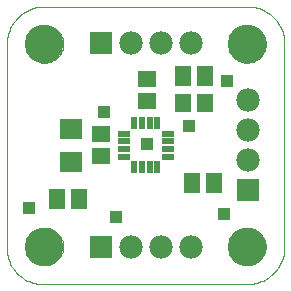
<source format=gts>
G75*
G70*
%OFA0B0*%
%FSLAX24Y24*%
%IPPOS*%
%LPD*%
%AMOC8*
5,1,8,0,0,1.08239X$1,22.5*
%
%ADD10C,0.0000*%
%ADD11C,0.1290*%
%ADD12R,0.0197X0.0434*%
%ADD13R,0.0434X0.0197*%
%ADD14R,0.0631X0.0552*%
%ADD15R,0.0749X0.0670*%
%ADD16R,0.0552X0.0631*%
%ADD17R,0.0552X0.0670*%
%ADD18R,0.0780X0.0780*%
%ADD19C,0.0780*%
%ADD20R,0.0396X0.0396*%
D10*
X000536Y001785D02*
X000534Y001719D01*
X000536Y001653D01*
X000542Y001587D01*
X000551Y001521D01*
X000564Y001456D01*
X000581Y001391D01*
X000601Y001328D01*
X000625Y001266D01*
X000652Y001206D01*
X000683Y001147D01*
X000717Y001089D01*
X000754Y001034D01*
X000794Y000981D01*
X000837Y000931D01*
X000882Y000882D01*
X000931Y000837D01*
X000981Y000794D01*
X001034Y000754D01*
X001089Y000717D01*
X001147Y000683D01*
X001206Y000652D01*
X001266Y000625D01*
X001328Y000601D01*
X001391Y000581D01*
X001456Y000564D01*
X001521Y000551D01*
X001587Y000542D01*
X001653Y000536D01*
X001719Y000534D01*
X001785Y000536D01*
X001785Y000535D02*
X008535Y000535D01*
X008603Y000537D01*
X008670Y000542D01*
X008737Y000551D01*
X008804Y000564D01*
X008869Y000581D01*
X008934Y000600D01*
X008998Y000624D01*
X009060Y000651D01*
X009121Y000681D01*
X009179Y000714D01*
X009236Y000750D01*
X009291Y000790D01*
X009344Y000832D01*
X009395Y000878D01*
X009442Y000925D01*
X009488Y000976D01*
X009530Y001029D01*
X009570Y001084D01*
X009606Y001141D01*
X009639Y001199D01*
X009669Y001260D01*
X009696Y001322D01*
X009720Y001386D01*
X009739Y001451D01*
X009756Y001516D01*
X009769Y001583D01*
X009778Y001650D01*
X009783Y001717D01*
X009785Y001785D01*
X009785Y008535D01*
X009783Y008603D01*
X009778Y008670D01*
X009769Y008737D01*
X009756Y008804D01*
X009739Y008869D01*
X009720Y008934D01*
X009696Y008998D01*
X009669Y009060D01*
X009639Y009121D01*
X009606Y009179D01*
X009570Y009236D01*
X009530Y009291D01*
X009488Y009344D01*
X009442Y009395D01*
X009395Y009442D01*
X009344Y009488D01*
X009291Y009530D01*
X009236Y009570D01*
X009179Y009606D01*
X009121Y009639D01*
X009060Y009669D01*
X008998Y009696D01*
X008934Y009720D01*
X008869Y009739D01*
X008804Y009756D01*
X008737Y009769D01*
X008670Y009778D01*
X008603Y009783D01*
X008535Y009785D01*
X001785Y009785D01*
X001160Y008535D02*
X001162Y008585D01*
X001168Y008634D01*
X001178Y008683D01*
X001191Y008730D01*
X001209Y008777D01*
X001230Y008822D01*
X001254Y008865D01*
X001282Y008906D01*
X001313Y008945D01*
X001347Y008981D01*
X001384Y009015D01*
X001424Y009045D01*
X001465Y009072D01*
X001509Y009096D01*
X001554Y009116D01*
X001601Y009132D01*
X001649Y009145D01*
X001698Y009154D01*
X001748Y009159D01*
X001797Y009160D01*
X001847Y009157D01*
X001896Y009150D01*
X001945Y009139D01*
X001992Y009125D01*
X002038Y009106D01*
X002083Y009084D01*
X002126Y009059D01*
X002166Y009030D01*
X002204Y008998D01*
X002240Y008964D01*
X002273Y008926D01*
X002302Y008886D01*
X002328Y008844D01*
X002351Y008800D01*
X002370Y008754D01*
X002386Y008707D01*
X002398Y008658D01*
X002406Y008609D01*
X002410Y008560D01*
X002410Y008510D01*
X002406Y008461D01*
X002398Y008412D01*
X002386Y008363D01*
X002370Y008316D01*
X002351Y008270D01*
X002328Y008226D01*
X002302Y008184D01*
X002273Y008144D01*
X002240Y008106D01*
X002204Y008072D01*
X002166Y008040D01*
X002126Y008011D01*
X002083Y007986D01*
X002038Y007964D01*
X001992Y007945D01*
X001945Y007931D01*
X001896Y007920D01*
X001847Y007913D01*
X001797Y007910D01*
X001748Y007911D01*
X001698Y007916D01*
X001649Y007925D01*
X001601Y007938D01*
X001554Y007954D01*
X001509Y007974D01*
X001465Y007998D01*
X001424Y008025D01*
X001384Y008055D01*
X001347Y008089D01*
X001313Y008125D01*
X001282Y008164D01*
X001254Y008205D01*
X001230Y008248D01*
X001209Y008293D01*
X001191Y008340D01*
X001178Y008387D01*
X001168Y008436D01*
X001162Y008485D01*
X001160Y008535D01*
X000535Y008535D02*
X000535Y001785D01*
X001160Y001785D02*
X001162Y001835D01*
X001168Y001884D01*
X001178Y001933D01*
X001191Y001980D01*
X001209Y002027D01*
X001230Y002072D01*
X001254Y002115D01*
X001282Y002156D01*
X001313Y002195D01*
X001347Y002231D01*
X001384Y002265D01*
X001424Y002295D01*
X001465Y002322D01*
X001509Y002346D01*
X001554Y002366D01*
X001601Y002382D01*
X001649Y002395D01*
X001698Y002404D01*
X001748Y002409D01*
X001797Y002410D01*
X001847Y002407D01*
X001896Y002400D01*
X001945Y002389D01*
X001992Y002375D01*
X002038Y002356D01*
X002083Y002334D01*
X002126Y002309D01*
X002166Y002280D01*
X002204Y002248D01*
X002240Y002214D01*
X002273Y002176D01*
X002302Y002136D01*
X002328Y002094D01*
X002351Y002050D01*
X002370Y002004D01*
X002386Y001957D01*
X002398Y001908D01*
X002406Y001859D01*
X002410Y001810D01*
X002410Y001760D01*
X002406Y001711D01*
X002398Y001662D01*
X002386Y001613D01*
X002370Y001566D01*
X002351Y001520D01*
X002328Y001476D01*
X002302Y001434D01*
X002273Y001394D01*
X002240Y001356D01*
X002204Y001322D01*
X002166Y001290D01*
X002126Y001261D01*
X002083Y001236D01*
X002038Y001214D01*
X001992Y001195D01*
X001945Y001181D01*
X001896Y001170D01*
X001847Y001163D01*
X001797Y001160D01*
X001748Y001161D01*
X001698Y001166D01*
X001649Y001175D01*
X001601Y001188D01*
X001554Y001204D01*
X001509Y001224D01*
X001465Y001248D01*
X001424Y001275D01*
X001384Y001305D01*
X001347Y001339D01*
X001313Y001375D01*
X001282Y001414D01*
X001254Y001455D01*
X001230Y001498D01*
X001209Y001543D01*
X001191Y001590D01*
X001178Y001637D01*
X001168Y001686D01*
X001162Y001735D01*
X001160Y001785D01*
X000535Y008535D02*
X000537Y008603D01*
X000542Y008670D01*
X000551Y008737D01*
X000564Y008804D01*
X000581Y008869D01*
X000600Y008934D01*
X000624Y008998D01*
X000651Y009060D01*
X000681Y009121D01*
X000714Y009179D01*
X000750Y009236D01*
X000790Y009291D01*
X000832Y009344D01*
X000878Y009395D01*
X000925Y009442D01*
X000976Y009488D01*
X001029Y009530D01*
X001084Y009570D01*
X001141Y009606D01*
X001199Y009639D01*
X001260Y009669D01*
X001322Y009696D01*
X001386Y009720D01*
X001451Y009739D01*
X001516Y009756D01*
X001583Y009769D01*
X001650Y009778D01*
X001717Y009783D01*
X001785Y009785D01*
X007910Y008535D02*
X007912Y008585D01*
X007918Y008634D01*
X007928Y008683D01*
X007941Y008730D01*
X007959Y008777D01*
X007980Y008822D01*
X008004Y008865D01*
X008032Y008906D01*
X008063Y008945D01*
X008097Y008981D01*
X008134Y009015D01*
X008174Y009045D01*
X008215Y009072D01*
X008259Y009096D01*
X008304Y009116D01*
X008351Y009132D01*
X008399Y009145D01*
X008448Y009154D01*
X008498Y009159D01*
X008547Y009160D01*
X008597Y009157D01*
X008646Y009150D01*
X008695Y009139D01*
X008742Y009125D01*
X008788Y009106D01*
X008833Y009084D01*
X008876Y009059D01*
X008916Y009030D01*
X008954Y008998D01*
X008990Y008964D01*
X009023Y008926D01*
X009052Y008886D01*
X009078Y008844D01*
X009101Y008800D01*
X009120Y008754D01*
X009136Y008707D01*
X009148Y008658D01*
X009156Y008609D01*
X009160Y008560D01*
X009160Y008510D01*
X009156Y008461D01*
X009148Y008412D01*
X009136Y008363D01*
X009120Y008316D01*
X009101Y008270D01*
X009078Y008226D01*
X009052Y008184D01*
X009023Y008144D01*
X008990Y008106D01*
X008954Y008072D01*
X008916Y008040D01*
X008876Y008011D01*
X008833Y007986D01*
X008788Y007964D01*
X008742Y007945D01*
X008695Y007931D01*
X008646Y007920D01*
X008597Y007913D01*
X008547Y007910D01*
X008498Y007911D01*
X008448Y007916D01*
X008399Y007925D01*
X008351Y007938D01*
X008304Y007954D01*
X008259Y007974D01*
X008215Y007998D01*
X008174Y008025D01*
X008134Y008055D01*
X008097Y008089D01*
X008063Y008125D01*
X008032Y008164D01*
X008004Y008205D01*
X007980Y008248D01*
X007959Y008293D01*
X007941Y008340D01*
X007928Y008387D01*
X007918Y008436D01*
X007912Y008485D01*
X007910Y008535D01*
X007910Y001785D02*
X007912Y001835D01*
X007918Y001884D01*
X007928Y001933D01*
X007941Y001980D01*
X007959Y002027D01*
X007980Y002072D01*
X008004Y002115D01*
X008032Y002156D01*
X008063Y002195D01*
X008097Y002231D01*
X008134Y002265D01*
X008174Y002295D01*
X008215Y002322D01*
X008259Y002346D01*
X008304Y002366D01*
X008351Y002382D01*
X008399Y002395D01*
X008448Y002404D01*
X008498Y002409D01*
X008547Y002410D01*
X008597Y002407D01*
X008646Y002400D01*
X008695Y002389D01*
X008742Y002375D01*
X008788Y002356D01*
X008833Y002334D01*
X008876Y002309D01*
X008916Y002280D01*
X008954Y002248D01*
X008990Y002214D01*
X009023Y002176D01*
X009052Y002136D01*
X009078Y002094D01*
X009101Y002050D01*
X009120Y002004D01*
X009136Y001957D01*
X009148Y001908D01*
X009156Y001859D01*
X009160Y001810D01*
X009160Y001760D01*
X009156Y001711D01*
X009148Y001662D01*
X009136Y001613D01*
X009120Y001566D01*
X009101Y001520D01*
X009078Y001476D01*
X009052Y001434D01*
X009023Y001394D01*
X008990Y001356D01*
X008954Y001322D01*
X008916Y001290D01*
X008876Y001261D01*
X008833Y001236D01*
X008788Y001214D01*
X008742Y001195D01*
X008695Y001181D01*
X008646Y001170D01*
X008597Y001163D01*
X008547Y001160D01*
X008498Y001161D01*
X008448Y001166D01*
X008399Y001175D01*
X008351Y001188D01*
X008304Y001204D01*
X008259Y001224D01*
X008215Y001248D01*
X008174Y001275D01*
X008134Y001305D01*
X008097Y001339D01*
X008063Y001375D01*
X008032Y001414D01*
X008004Y001455D01*
X007980Y001498D01*
X007959Y001543D01*
X007941Y001590D01*
X007928Y001637D01*
X007918Y001686D01*
X007912Y001735D01*
X007910Y001785D01*
D11*
X008535Y001785D03*
X008535Y008535D03*
X001785Y008535D03*
X001785Y001785D03*
D12*
X004776Y004432D03*
X005032Y004432D03*
X005288Y004432D03*
X005544Y004432D03*
X005544Y005888D03*
X005288Y005888D03*
X005032Y005888D03*
X004776Y005888D03*
D13*
X004432Y005544D03*
X004432Y005288D03*
X004432Y005032D03*
X004432Y004776D03*
X005888Y004776D03*
X005888Y005032D03*
X005888Y005288D03*
X005888Y005544D03*
D14*
X005210Y006636D03*
X005210Y007384D03*
X003660Y005534D03*
X003660Y004786D03*
D15*
X002660Y004609D03*
X002660Y005711D03*
D16*
X006386Y006560D03*
X007134Y006560D03*
D17*
X007134Y007460D03*
X006386Y007460D03*
X006686Y003910D03*
X007434Y003910D03*
X002934Y003360D03*
X002186Y003360D03*
D18*
X003660Y001760D03*
X008560Y003660D03*
X003660Y008560D03*
D19*
X004660Y008560D03*
X005660Y008560D03*
X006660Y008560D03*
X008560Y006660D03*
X008560Y005660D03*
X008560Y004660D03*
X006660Y001760D03*
X005660Y001760D03*
X004660Y001760D03*
D20*
X004160Y002760D03*
X005188Y005188D03*
X006610Y005810D03*
X007860Y007310D03*
X003760Y006260D03*
X001260Y003060D03*
X007760Y002860D03*
M02*

</source>
